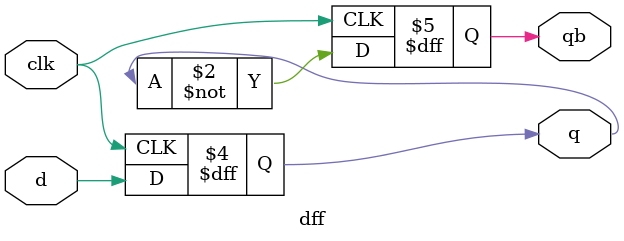
<source format=v>
module dff(
    input d,
    input clk,
    output reg q,
    output reg qb
    );

    initial q = 1'b0;

    always @(posedge clk) begin
        q <= d;     // Store input
        qb <= ~q;
    end
endmodule

</source>
